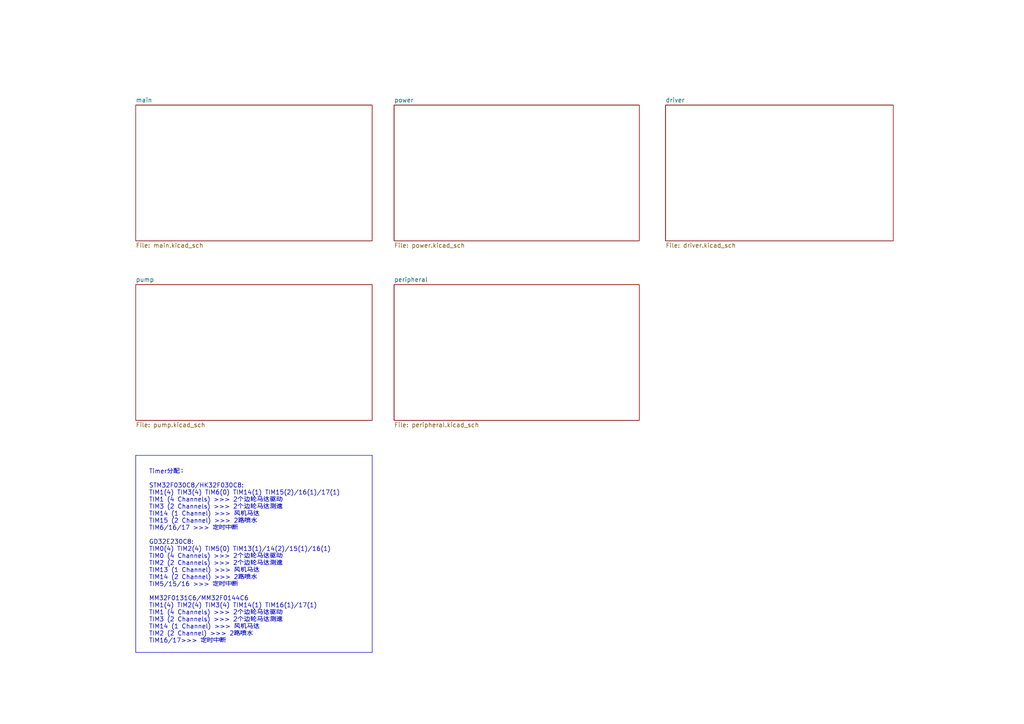
<source format=kicad_sch>
(kicad_sch (version 20230121) (generator eeschema)
  (paper "A4")
  (lib_symbols)
  (polyline (pts (xy 107.95 189.23) (xy 39.37 189.23)))
  (polyline (pts (xy 39.37 132.08) (xy 39.37 189.23)))
  (polyline (pts (xy 39.37 132.08) (xy 107.95 132.08)))
  (polyline (pts (xy 107.95 132.08) (xy 107.95 189.23)))
  (text "Timer分配：\n\nSTM32F030C8/HK32F030C8: \nTIM1(4) TIM3(4) TIM6(0) TIM14(1) TIM15(2)/16(1)/17(1)\nTIM1 (4 Channels) >>> 2个边轮马达驱动\nTIM3 (2 Channels) >>> 2个边轮马达测速\nTIM14 (1 Channel) >>> 风机马达\nTIM15 (2 Channel) >>> 2路喷水\nTIM6/16/17 >>> 定时中断\n\nGD32E230C8: \nTIM0(4) TIM2(4) TIM5(0) TIM13(1)/14(2)/15(1)/16(1)\nTIM0 (4 Channels) >>> 2个边轮马达驱动\nTIM2 (2 Channels) >>> 2个边轮马达测速\nTIM13 (1 Channel) >>> 风机马达\nTIM14 (2 Channel) >>> 2路喷水\nTIM5/15/16 >>> 定时中断\n\nMM32F0131C6/MM32F0144C6\nTIM1(4) TIM2(4) TIM3(4) TIM14(1) TIM16(1)/17(1)\nTIM1 (4 Channels) >>> 2个边轮马达驱动\nTIM3 (2 Channels) >>> 2个边轮马达测速\nTIM14 (1 Channel) >>> 风机马达\nTIM2 (2 Channel) >>> 2路喷水\nTIM16/17>>> 定时中断\n" (at 43.18 186.69 0) (effects (font (size 1.27 1.27)) (justify left bottom)))
  (sheet (at 114.3 82.55) (size 71.12 39.37) (stroke (width 0.1524))
    (property "Sheetname" "peripheral" (at 114.3 81.8384 0) (effects (justify left bottom)))
    (property "Sheetfile" "peripheral.kicad_sch" (at 114.3 122.5046 0) (effects (justify left top)))
  )
  (sheet (at 114.3 30.48) (size 71.12 39.37) (stroke (width 0.1524))
    (property "Sheetname" "power" (at 114.3 29.7684 0) (effects (justify left bottom)))
    (property "Sheetfile" "power.kicad_sch" (at 114.3 70.4346 0) (effects (justify left top)))
  )
  (sheet (at 39.37 82.55) (size 68.58 39.37) (stroke (width 0.1524))
    (property "Sheetname" "pump" (at 39.37 81.8384 0) (effects (justify left bottom)))
    (property "Sheetfile" "pump.kicad_sch" (at 39.37 122.5046 0) (effects (justify left top)))
  )
  (sheet (at 193.04 30.48) (size 66.04 39.37) (stroke (width 0.1524))
    (property "Sheetname" "driver" (at 193.04 29.7684 0) (effects (justify left bottom)))
    (property "Sheetfile" "driver.kicad_sch" (at 193.04 70.4346 0) (effects (justify left top)))
  )
  (sheet (at 39.37 30.48) (size 68.58 39.37) (stroke (width 0.1524))
    (property "Sheetname" "main" (at 39.37 29.7684 0) (effects (justify left bottom)))
    (property "Sheetfile" "main.kicad_sch" (at 39.37 70.4346 0) (effects (justify left top)))
  )
)
</source>
